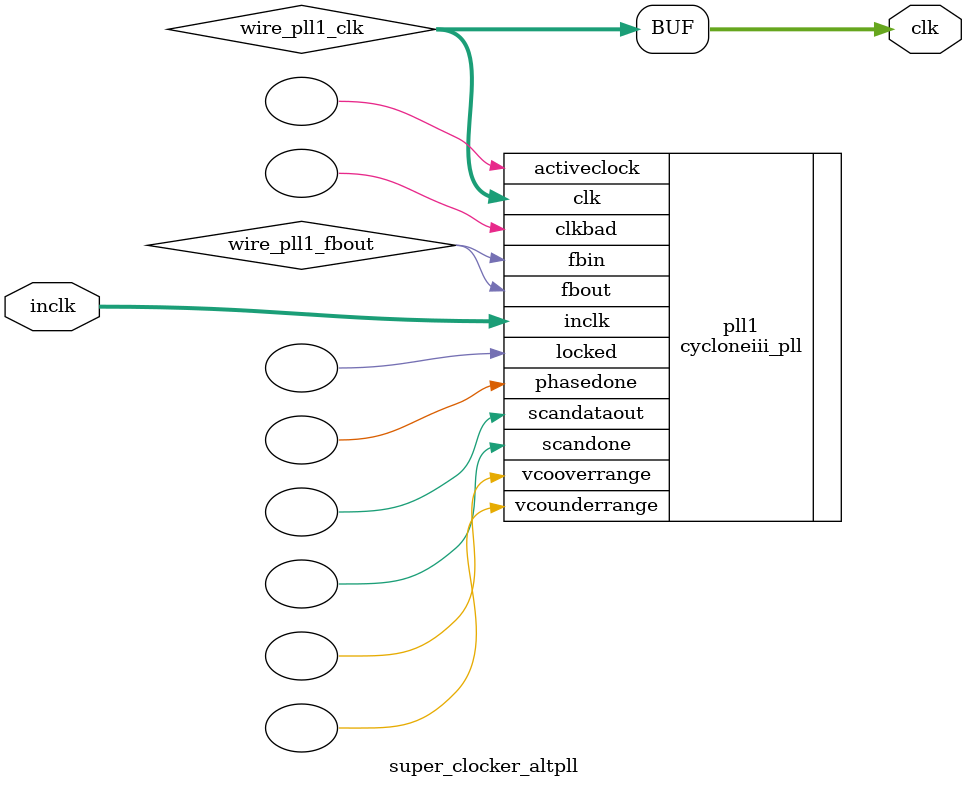
<source format=v>






//synthesis_resources = cycloneiii_pll 1 
//synopsys translate_off
`timescale 1 ps / 1 ps
//synopsys translate_on
module  super_clocker_altpll
	( 
	clk,
	inclk) /* synthesis synthesis_clearbox=1 */;
	output   [4:0]  clk;
	input   [1:0]  inclk;
`ifndef ALTERA_RESERVED_QIS
// synopsys translate_off
`endif
	tri0   [1:0]  inclk;
`ifndef ALTERA_RESERVED_QIS
// synopsys translate_on
`endif

	wire  [4:0]   wire_pll1_clk;
	wire  wire_pll1_fbout;

	cycloneiii_pll   pll1
	( 
	.activeclock(),
	.clk(wire_pll1_clk),
	.clkbad(),
	.fbin(wire_pll1_fbout),
	.fbout(wire_pll1_fbout),
	.inclk(inclk),
	.locked(),
	.phasedone(),
	.scandataout(),
	.scandone(),
	.vcooverrange(),
	.vcounderrange()
	`ifndef FORMAL_VERIFICATION
	// synopsys translate_off
	`endif
	,
	.areset(1'b0),
	.clkswitch(1'b0),
	.configupdate(1'b0),
	.pfdena(1'b1),
	.phasecounterselect({3{1'b0}}),
	.phasestep(1'b0),
	.phaseupdown(1'b0),
	.scanclk(1'b0),
	.scanclkena(1'b1),
	.scandata(1'b0)
	`ifndef FORMAL_VERIFICATION
	// synopsys translate_on
	`endif
	);
	defparam
		pll1.bandwidth_type = "auto",
		pll1.clk0_divide_by = 25,
		pll1.clk0_duty_cycle = 50,
		pll1.clk0_multiply_by = 56,
		pll1.clk0_phase_shift = "0",
		pll1.compensate_clock = "clk0",
		pll1.inclk0_input_frequency = 20000,
		pll1.operation_mode = "normal",
		pll1.pll_type = "auto",
		pll1.lpm_type = "cycloneiii_pll";
	assign
		clk = wire_pll1_clk;
endmodule //super_clocker_altpll
//VALID FILE

</source>
